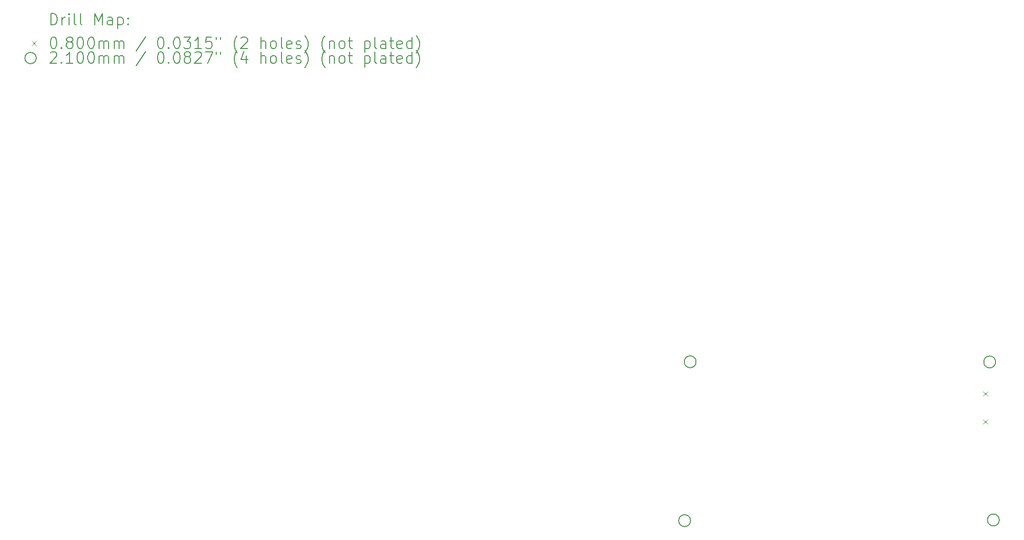
<source format=gbr>
%TF.GenerationSoftware,KiCad,Pcbnew,9.0.4*%
%TF.CreationDate,2025-09-11T21:53:44-07:00*%
%TF.ProjectId,STM32 PCB design,53544d33-3220-4504-9342-206465736967,rev?*%
%TF.SameCoordinates,Original*%
%TF.FileFunction,Drillmap*%
%TF.FilePolarity,Positive*%
%FSLAX45Y45*%
G04 Gerber Fmt 4.5, Leading zero omitted, Abs format (unit mm)*
G04 Created by KiCad (PCBNEW 9.0.4) date 2025-09-11 21:53:44*
%MOMM*%
%LPD*%
G01*
G04 APERTURE LIST*
%ADD10C,0.200000*%
%ADD11C,0.100000*%
%ADD12C,0.210000*%
G04 APERTURE END LIST*
D10*
D11*
X16832660Y-6837740D02*
X16912660Y-6917740D01*
X16912660Y-6837740D02*
X16832660Y-6917740D01*
X16832660Y-7337740D02*
X16912660Y-7417740D01*
X16912660Y-7337740D02*
X16832660Y-7417740D01*
D12*
X11631520Y-9136380D02*
G75*
G02*
X11421520Y-9136380I-105000J0D01*
G01*
X11421520Y-9136380D02*
G75*
G02*
X11631520Y-9136380I105000J0D01*
G01*
X11730580Y-6309360D02*
G75*
G02*
X11520580Y-6309360I-105000J0D01*
G01*
X11520580Y-6309360D02*
G75*
G02*
X11730580Y-6309360I105000J0D01*
G01*
X17054420Y-6311900D02*
G75*
G02*
X16844420Y-6311900I-105000J0D01*
G01*
X16844420Y-6311900D02*
G75*
G02*
X17054420Y-6311900I105000J0D01*
G01*
X17120460Y-9123680D02*
G75*
G02*
X16910460Y-9123680I-105000J0D01*
G01*
X16910460Y-9123680D02*
G75*
G02*
X17120460Y-9123680I105000J0D01*
G01*
D10*
X260777Y-311484D02*
X260777Y-111484D01*
X260777Y-111484D02*
X308396Y-111484D01*
X308396Y-111484D02*
X336967Y-121008D01*
X336967Y-121008D02*
X356015Y-140055D01*
X356015Y-140055D02*
X365539Y-159103D01*
X365539Y-159103D02*
X375062Y-197198D01*
X375062Y-197198D02*
X375062Y-225769D01*
X375062Y-225769D02*
X365539Y-263865D01*
X365539Y-263865D02*
X356015Y-282912D01*
X356015Y-282912D02*
X336967Y-301960D01*
X336967Y-301960D02*
X308396Y-311484D01*
X308396Y-311484D02*
X260777Y-311484D01*
X460777Y-311484D02*
X460777Y-178150D01*
X460777Y-216246D02*
X470301Y-197198D01*
X470301Y-197198D02*
X479824Y-187674D01*
X479824Y-187674D02*
X498872Y-178150D01*
X498872Y-178150D02*
X517920Y-178150D01*
X584586Y-311484D02*
X584586Y-178150D01*
X584586Y-111484D02*
X575063Y-121008D01*
X575063Y-121008D02*
X584586Y-130531D01*
X584586Y-130531D02*
X594110Y-121008D01*
X594110Y-121008D02*
X584586Y-111484D01*
X584586Y-111484D02*
X584586Y-130531D01*
X708396Y-311484D02*
X689348Y-301960D01*
X689348Y-301960D02*
X679824Y-282912D01*
X679824Y-282912D02*
X679824Y-111484D01*
X813158Y-311484D02*
X794110Y-301960D01*
X794110Y-301960D02*
X784586Y-282912D01*
X784586Y-282912D02*
X784586Y-111484D01*
X1041729Y-311484D02*
X1041729Y-111484D01*
X1041729Y-111484D02*
X1108396Y-254341D01*
X1108396Y-254341D02*
X1175063Y-111484D01*
X1175063Y-111484D02*
X1175063Y-311484D01*
X1356015Y-311484D02*
X1356015Y-206722D01*
X1356015Y-206722D02*
X1346491Y-187674D01*
X1346491Y-187674D02*
X1327444Y-178150D01*
X1327444Y-178150D02*
X1289348Y-178150D01*
X1289348Y-178150D02*
X1270301Y-187674D01*
X1356015Y-301960D02*
X1336967Y-311484D01*
X1336967Y-311484D02*
X1289348Y-311484D01*
X1289348Y-311484D02*
X1270301Y-301960D01*
X1270301Y-301960D02*
X1260777Y-282912D01*
X1260777Y-282912D02*
X1260777Y-263865D01*
X1260777Y-263865D02*
X1270301Y-244817D01*
X1270301Y-244817D02*
X1289348Y-235293D01*
X1289348Y-235293D02*
X1336967Y-235293D01*
X1336967Y-235293D02*
X1356015Y-225769D01*
X1451253Y-178150D02*
X1451253Y-378150D01*
X1451253Y-187674D02*
X1470301Y-178150D01*
X1470301Y-178150D02*
X1508396Y-178150D01*
X1508396Y-178150D02*
X1527443Y-187674D01*
X1527443Y-187674D02*
X1536967Y-197198D01*
X1536967Y-197198D02*
X1546491Y-216246D01*
X1546491Y-216246D02*
X1546491Y-273389D01*
X1546491Y-273389D02*
X1536967Y-292436D01*
X1536967Y-292436D02*
X1527443Y-301960D01*
X1527443Y-301960D02*
X1508396Y-311484D01*
X1508396Y-311484D02*
X1470301Y-311484D01*
X1470301Y-311484D02*
X1451253Y-301960D01*
X1632205Y-292436D02*
X1641729Y-301960D01*
X1641729Y-301960D02*
X1632205Y-311484D01*
X1632205Y-311484D02*
X1622682Y-301960D01*
X1622682Y-301960D02*
X1632205Y-292436D01*
X1632205Y-292436D02*
X1632205Y-311484D01*
X1632205Y-187674D02*
X1641729Y-197198D01*
X1641729Y-197198D02*
X1632205Y-206722D01*
X1632205Y-206722D02*
X1622682Y-197198D01*
X1622682Y-197198D02*
X1632205Y-187674D01*
X1632205Y-187674D02*
X1632205Y-206722D01*
D11*
X-80000Y-600000D02*
X0Y-680000D01*
X0Y-600000D02*
X-80000Y-680000D01*
D10*
X298872Y-531484D02*
X317920Y-531484D01*
X317920Y-531484D02*
X336967Y-541008D01*
X336967Y-541008D02*
X346491Y-550531D01*
X346491Y-550531D02*
X356015Y-569579D01*
X356015Y-569579D02*
X365539Y-607674D01*
X365539Y-607674D02*
X365539Y-655293D01*
X365539Y-655293D02*
X356015Y-693389D01*
X356015Y-693389D02*
X346491Y-712436D01*
X346491Y-712436D02*
X336967Y-721960D01*
X336967Y-721960D02*
X317920Y-731484D01*
X317920Y-731484D02*
X298872Y-731484D01*
X298872Y-731484D02*
X279824Y-721960D01*
X279824Y-721960D02*
X270301Y-712436D01*
X270301Y-712436D02*
X260777Y-693389D01*
X260777Y-693389D02*
X251253Y-655293D01*
X251253Y-655293D02*
X251253Y-607674D01*
X251253Y-607674D02*
X260777Y-569579D01*
X260777Y-569579D02*
X270301Y-550531D01*
X270301Y-550531D02*
X279824Y-541008D01*
X279824Y-541008D02*
X298872Y-531484D01*
X451253Y-712436D02*
X460777Y-721960D01*
X460777Y-721960D02*
X451253Y-731484D01*
X451253Y-731484D02*
X441729Y-721960D01*
X441729Y-721960D02*
X451253Y-712436D01*
X451253Y-712436D02*
X451253Y-731484D01*
X575063Y-617198D02*
X556015Y-607674D01*
X556015Y-607674D02*
X546491Y-598150D01*
X546491Y-598150D02*
X536967Y-579103D01*
X536967Y-579103D02*
X536967Y-569579D01*
X536967Y-569579D02*
X546491Y-550531D01*
X546491Y-550531D02*
X556015Y-541008D01*
X556015Y-541008D02*
X575063Y-531484D01*
X575063Y-531484D02*
X613158Y-531484D01*
X613158Y-531484D02*
X632205Y-541008D01*
X632205Y-541008D02*
X641729Y-550531D01*
X641729Y-550531D02*
X651253Y-569579D01*
X651253Y-569579D02*
X651253Y-579103D01*
X651253Y-579103D02*
X641729Y-598150D01*
X641729Y-598150D02*
X632205Y-607674D01*
X632205Y-607674D02*
X613158Y-617198D01*
X613158Y-617198D02*
X575063Y-617198D01*
X575063Y-617198D02*
X556015Y-626722D01*
X556015Y-626722D02*
X546491Y-636246D01*
X546491Y-636246D02*
X536967Y-655293D01*
X536967Y-655293D02*
X536967Y-693389D01*
X536967Y-693389D02*
X546491Y-712436D01*
X546491Y-712436D02*
X556015Y-721960D01*
X556015Y-721960D02*
X575063Y-731484D01*
X575063Y-731484D02*
X613158Y-731484D01*
X613158Y-731484D02*
X632205Y-721960D01*
X632205Y-721960D02*
X641729Y-712436D01*
X641729Y-712436D02*
X651253Y-693389D01*
X651253Y-693389D02*
X651253Y-655293D01*
X651253Y-655293D02*
X641729Y-636246D01*
X641729Y-636246D02*
X632205Y-626722D01*
X632205Y-626722D02*
X613158Y-617198D01*
X775062Y-531484D02*
X794110Y-531484D01*
X794110Y-531484D02*
X813158Y-541008D01*
X813158Y-541008D02*
X822682Y-550531D01*
X822682Y-550531D02*
X832205Y-569579D01*
X832205Y-569579D02*
X841729Y-607674D01*
X841729Y-607674D02*
X841729Y-655293D01*
X841729Y-655293D02*
X832205Y-693389D01*
X832205Y-693389D02*
X822682Y-712436D01*
X822682Y-712436D02*
X813158Y-721960D01*
X813158Y-721960D02*
X794110Y-731484D01*
X794110Y-731484D02*
X775062Y-731484D01*
X775062Y-731484D02*
X756015Y-721960D01*
X756015Y-721960D02*
X746491Y-712436D01*
X746491Y-712436D02*
X736967Y-693389D01*
X736967Y-693389D02*
X727443Y-655293D01*
X727443Y-655293D02*
X727443Y-607674D01*
X727443Y-607674D02*
X736967Y-569579D01*
X736967Y-569579D02*
X746491Y-550531D01*
X746491Y-550531D02*
X756015Y-541008D01*
X756015Y-541008D02*
X775062Y-531484D01*
X965539Y-531484D02*
X984586Y-531484D01*
X984586Y-531484D02*
X1003634Y-541008D01*
X1003634Y-541008D02*
X1013158Y-550531D01*
X1013158Y-550531D02*
X1022682Y-569579D01*
X1022682Y-569579D02*
X1032205Y-607674D01*
X1032205Y-607674D02*
X1032205Y-655293D01*
X1032205Y-655293D02*
X1022682Y-693389D01*
X1022682Y-693389D02*
X1013158Y-712436D01*
X1013158Y-712436D02*
X1003634Y-721960D01*
X1003634Y-721960D02*
X984586Y-731484D01*
X984586Y-731484D02*
X965539Y-731484D01*
X965539Y-731484D02*
X946491Y-721960D01*
X946491Y-721960D02*
X936967Y-712436D01*
X936967Y-712436D02*
X927443Y-693389D01*
X927443Y-693389D02*
X917920Y-655293D01*
X917920Y-655293D02*
X917920Y-607674D01*
X917920Y-607674D02*
X927443Y-569579D01*
X927443Y-569579D02*
X936967Y-550531D01*
X936967Y-550531D02*
X946491Y-541008D01*
X946491Y-541008D02*
X965539Y-531484D01*
X1117920Y-731484D02*
X1117920Y-598150D01*
X1117920Y-617198D02*
X1127444Y-607674D01*
X1127444Y-607674D02*
X1146491Y-598150D01*
X1146491Y-598150D02*
X1175063Y-598150D01*
X1175063Y-598150D02*
X1194110Y-607674D01*
X1194110Y-607674D02*
X1203634Y-626722D01*
X1203634Y-626722D02*
X1203634Y-731484D01*
X1203634Y-626722D02*
X1213158Y-607674D01*
X1213158Y-607674D02*
X1232205Y-598150D01*
X1232205Y-598150D02*
X1260777Y-598150D01*
X1260777Y-598150D02*
X1279825Y-607674D01*
X1279825Y-607674D02*
X1289348Y-626722D01*
X1289348Y-626722D02*
X1289348Y-731484D01*
X1384586Y-731484D02*
X1384586Y-598150D01*
X1384586Y-617198D02*
X1394110Y-607674D01*
X1394110Y-607674D02*
X1413158Y-598150D01*
X1413158Y-598150D02*
X1441729Y-598150D01*
X1441729Y-598150D02*
X1460777Y-607674D01*
X1460777Y-607674D02*
X1470301Y-626722D01*
X1470301Y-626722D02*
X1470301Y-731484D01*
X1470301Y-626722D02*
X1479824Y-607674D01*
X1479824Y-607674D02*
X1498872Y-598150D01*
X1498872Y-598150D02*
X1527443Y-598150D01*
X1527443Y-598150D02*
X1546491Y-607674D01*
X1546491Y-607674D02*
X1556015Y-626722D01*
X1556015Y-626722D02*
X1556015Y-731484D01*
X1946491Y-521960D02*
X1775063Y-779103D01*
X2203634Y-531484D02*
X2222682Y-531484D01*
X2222682Y-531484D02*
X2241729Y-541008D01*
X2241729Y-541008D02*
X2251253Y-550531D01*
X2251253Y-550531D02*
X2260777Y-569579D01*
X2260777Y-569579D02*
X2270301Y-607674D01*
X2270301Y-607674D02*
X2270301Y-655293D01*
X2270301Y-655293D02*
X2260777Y-693389D01*
X2260777Y-693389D02*
X2251253Y-712436D01*
X2251253Y-712436D02*
X2241729Y-721960D01*
X2241729Y-721960D02*
X2222682Y-731484D01*
X2222682Y-731484D02*
X2203634Y-731484D01*
X2203634Y-731484D02*
X2184587Y-721960D01*
X2184587Y-721960D02*
X2175063Y-712436D01*
X2175063Y-712436D02*
X2165539Y-693389D01*
X2165539Y-693389D02*
X2156015Y-655293D01*
X2156015Y-655293D02*
X2156015Y-607674D01*
X2156015Y-607674D02*
X2165539Y-569579D01*
X2165539Y-569579D02*
X2175063Y-550531D01*
X2175063Y-550531D02*
X2184587Y-541008D01*
X2184587Y-541008D02*
X2203634Y-531484D01*
X2356015Y-712436D02*
X2365539Y-721960D01*
X2365539Y-721960D02*
X2356015Y-731484D01*
X2356015Y-731484D02*
X2346491Y-721960D01*
X2346491Y-721960D02*
X2356015Y-712436D01*
X2356015Y-712436D02*
X2356015Y-731484D01*
X2489348Y-531484D02*
X2508396Y-531484D01*
X2508396Y-531484D02*
X2527444Y-541008D01*
X2527444Y-541008D02*
X2536968Y-550531D01*
X2536968Y-550531D02*
X2546491Y-569579D01*
X2546491Y-569579D02*
X2556015Y-607674D01*
X2556015Y-607674D02*
X2556015Y-655293D01*
X2556015Y-655293D02*
X2546491Y-693389D01*
X2546491Y-693389D02*
X2536968Y-712436D01*
X2536968Y-712436D02*
X2527444Y-721960D01*
X2527444Y-721960D02*
X2508396Y-731484D01*
X2508396Y-731484D02*
X2489348Y-731484D01*
X2489348Y-731484D02*
X2470301Y-721960D01*
X2470301Y-721960D02*
X2460777Y-712436D01*
X2460777Y-712436D02*
X2451253Y-693389D01*
X2451253Y-693389D02*
X2441729Y-655293D01*
X2441729Y-655293D02*
X2441729Y-607674D01*
X2441729Y-607674D02*
X2451253Y-569579D01*
X2451253Y-569579D02*
X2460777Y-550531D01*
X2460777Y-550531D02*
X2470301Y-541008D01*
X2470301Y-541008D02*
X2489348Y-531484D01*
X2622682Y-531484D02*
X2746491Y-531484D01*
X2746491Y-531484D02*
X2679825Y-607674D01*
X2679825Y-607674D02*
X2708396Y-607674D01*
X2708396Y-607674D02*
X2727444Y-617198D01*
X2727444Y-617198D02*
X2736968Y-626722D01*
X2736968Y-626722D02*
X2746491Y-645770D01*
X2746491Y-645770D02*
X2746491Y-693389D01*
X2746491Y-693389D02*
X2736968Y-712436D01*
X2736968Y-712436D02*
X2727444Y-721960D01*
X2727444Y-721960D02*
X2708396Y-731484D01*
X2708396Y-731484D02*
X2651253Y-731484D01*
X2651253Y-731484D02*
X2632206Y-721960D01*
X2632206Y-721960D02*
X2622682Y-712436D01*
X2936967Y-731484D02*
X2822682Y-731484D01*
X2879825Y-731484D02*
X2879825Y-531484D01*
X2879825Y-531484D02*
X2860777Y-560055D01*
X2860777Y-560055D02*
X2841729Y-579103D01*
X2841729Y-579103D02*
X2822682Y-588627D01*
X3117920Y-531484D02*
X3022682Y-531484D01*
X3022682Y-531484D02*
X3013158Y-626722D01*
X3013158Y-626722D02*
X3022682Y-617198D01*
X3022682Y-617198D02*
X3041729Y-607674D01*
X3041729Y-607674D02*
X3089348Y-607674D01*
X3089348Y-607674D02*
X3108396Y-617198D01*
X3108396Y-617198D02*
X3117920Y-626722D01*
X3117920Y-626722D02*
X3127444Y-645770D01*
X3127444Y-645770D02*
X3127444Y-693389D01*
X3127444Y-693389D02*
X3117920Y-712436D01*
X3117920Y-712436D02*
X3108396Y-721960D01*
X3108396Y-721960D02*
X3089348Y-731484D01*
X3089348Y-731484D02*
X3041729Y-731484D01*
X3041729Y-731484D02*
X3022682Y-721960D01*
X3022682Y-721960D02*
X3013158Y-712436D01*
X3203634Y-531484D02*
X3203634Y-569579D01*
X3279825Y-531484D02*
X3279825Y-569579D01*
X3575063Y-807674D02*
X3565539Y-798150D01*
X3565539Y-798150D02*
X3546491Y-769579D01*
X3546491Y-769579D02*
X3536968Y-750531D01*
X3536968Y-750531D02*
X3527444Y-721960D01*
X3527444Y-721960D02*
X3517920Y-674341D01*
X3517920Y-674341D02*
X3517920Y-636246D01*
X3517920Y-636246D02*
X3527444Y-588627D01*
X3527444Y-588627D02*
X3536968Y-560055D01*
X3536968Y-560055D02*
X3546491Y-541008D01*
X3546491Y-541008D02*
X3565539Y-512436D01*
X3565539Y-512436D02*
X3575063Y-502912D01*
X3641729Y-550531D02*
X3651253Y-541008D01*
X3651253Y-541008D02*
X3670301Y-531484D01*
X3670301Y-531484D02*
X3717920Y-531484D01*
X3717920Y-531484D02*
X3736968Y-541008D01*
X3736968Y-541008D02*
X3746491Y-550531D01*
X3746491Y-550531D02*
X3756015Y-569579D01*
X3756015Y-569579D02*
X3756015Y-588627D01*
X3756015Y-588627D02*
X3746491Y-617198D01*
X3746491Y-617198D02*
X3632206Y-731484D01*
X3632206Y-731484D02*
X3756015Y-731484D01*
X3994110Y-731484D02*
X3994110Y-531484D01*
X4079825Y-731484D02*
X4079825Y-626722D01*
X4079825Y-626722D02*
X4070301Y-607674D01*
X4070301Y-607674D02*
X4051253Y-598150D01*
X4051253Y-598150D02*
X4022682Y-598150D01*
X4022682Y-598150D02*
X4003634Y-607674D01*
X4003634Y-607674D02*
X3994110Y-617198D01*
X4203634Y-731484D02*
X4184587Y-721960D01*
X4184587Y-721960D02*
X4175063Y-712436D01*
X4175063Y-712436D02*
X4165539Y-693389D01*
X4165539Y-693389D02*
X4165539Y-636246D01*
X4165539Y-636246D02*
X4175063Y-617198D01*
X4175063Y-617198D02*
X4184587Y-607674D01*
X4184587Y-607674D02*
X4203634Y-598150D01*
X4203634Y-598150D02*
X4232206Y-598150D01*
X4232206Y-598150D02*
X4251253Y-607674D01*
X4251253Y-607674D02*
X4260777Y-617198D01*
X4260777Y-617198D02*
X4270301Y-636246D01*
X4270301Y-636246D02*
X4270301Y-693389D01*
X4270301Y-693389D02*
X4260777Y-712436D01*
X4260777Y-712436D02*
X4251253Y-721960D01*
X4251253Y-721960D02*
X4232206Y-731484D01*
X4232206Y-731484D02*
X4203634Y-731484D01*
X4384587Y-731484D02*
X4365539Y-721960D01*
X4365539Y-721960D02*
X4356015Y-702912D01*
X4356015Y-702912D02*
X4356015Y-531484D01*
X4536968Y-721960D02*
X4517920Y-731484D01*
X4517920Y-731484D02*
X4479825Y-731484D01*
X4479825Y-731484D02*
X4460777Y-721960D01*
X4460777Y-721960D02*
X4451253Y-702912D01*
X4451253Y-702912D02*
X4451253Y-626722D01*
X4451253Y-626722D02*
X4460777Y-607674D01*
X4460777Y-607674D02*
X4479825Y-598150D01*
X4479825Y-598150D02*
X4517920Y-598150D01*
X4517920Y-598150D02*
X4536968Y-607674D01*
X4536968Y-607674D02*
X4546492Y-626722D01*
X4546492Y-626722D02*
X4546492Y-645770D01*
X4546492Y-645770D02*
X4451253Y-664817D01*
X4622682Y-721960D02*
X4641730Y-731484D01*
X4641730Y-731484D02*
X4679825Y-731484D01*
X4679825Y-731484D02*
X4698873Y-721960D01*
X4698873Y-721960D02*
X4708396Y-702912D01*
X4708396Y-702912D02*
X4708396Y-693389D01*
X4708396Y-693389D02*
X4698873Y-674341D01*
X4698873Y-674341D02*
X4679825Y-664817D01*
X4679825Y-664817D02*
X4651253Y-664817D01*
X4651253Y-664817D02*
X4632206Y-655293D01*
X4632206Y-655293D02*
X4622682Y-636246D01*
X4622682Y-636246D02*
X4622682Y-626722D01*
X4622682Y-626722D02*
X4632206Y-607674D01*
X4632206Y-607674D02*
X4651253Y-598150D01*
X4651253Y-598150D02*
X4679825Y-598150D01*
X4679825Y-598150D02*
X4698873Y-607674D01*
X4775063Y-807674D02*
X4784587Y-798150D01*
X4784587Y-798150D02*
X4803634Y-769579D01*
X4803634Y-769579D02*
X4813158Y-750531D01*
X4813158Y-750531D02*
X4822682Y-721960D01*
X4822682Y-721960D02*
X4832206Y-674341D01*
X4832206Y-674341D02*
X4832206Y-636246D01*
X4832206Y-636246D02*
X4822682Y-588627D01*
X4822682Y-588627D02*
X4813158Y-560055D01*
X4813158Y-560055D02*
X4803634Y-541008D01*
X4803634Y-541008D02*
X4784587Y-512436D01*
X4784587Y-512436D02*
X4775063Y-502912D01*
X5136968Y-807674D02*
X5127444Y-798150D01*
X5127444Y-798150D02*
X5108396Y-769579D01*
X5108396Y-769579D02*
X5098873Y-750531D01*
X5098873Y-750531D02*
X5089349Y-721960D01*
X5089349Y-721960D02*
X5079825Y-674341D01*
X5079825Y-674341D02*
X5079825Y-636246D01*
X5079825Y-636246D02*
X5089349Y-588627D01*
X5089349Y-588627D02*
X5098873Y-560055D01*
X5098873Y-560055D02*
X5108396Y-541008D01*
X5108396Y-541008D02*
X5127444Y-512436D01*
X5127444Y-512436D02*
X5136968Y-502912D01*
X5213158Y-598150D02*
X5213158Y-731484D01*
X5213158Y-617198D02*
X5222682Y-607674D01*
X5222682Y-607674D02*
X5241730Y-598150D01*
X5241730Y-598150D02*
X5270301Y-598150D01*
X5270301Y-598150D02*
X5289349Y-607674D01*
X5289349Y-607674D02*
X5298873Y-626722D01*
X5298873Y-626722D02*
X5298873Y-731484D01*
X5422682Y-731484D02*
X5403634Y-721960D01*
X5403634Y-721960D02*
X5394111Y-712436D01*
X5394111Y-712436D02*
X5384587Y-693389D01*
X5384587Y-693389D02*
X5384587Y-636246D01*
X5384587Y-636246D02*
X5394111Y-617198D01*
X5394111Y-617198D02*
X5403634Y-607674D01*
X5403634Y-607674D02*
X5422682Y-598150D01*
X5422682Y-598150D02*
X5451254Y-598150D01*
X5451254Y-598150D02*
X5470301Y-607674D01*
X5470301Y-607674D02*
X5479825Y-617198D01*
X5479825Y-617198D02*
X5489349Y-636246D01*
X5489349Y-636246D02*
X5489349Y-693389D01*
X5489349Y-693389D02*
X5479825Y-712436D01*
X5479825Y-712436D02*
X5470301Y-721960D01*
X5470301Y-721960D02*
X5451254Y-731484D01*
X5451254Y-731484D02*
X5422682Y-731484D01*
X5546492Y-598150D02*
X5622682Y-598150D01*
X5575063Y-531484D02*
X5575063Y-702912D01*
X5575063Y-702912D02*
X5584587Y-721960D01*
X5584587Y-721960D02*
X5603634Y-731484D01*
X5603634Y-731484D02*
X5622682Y-731484D01*
X5841730Y-598150D02*
X5841730Y-798150D01*
X5841730Y-607674D02*
X5860777Y-598150D01*
X5860777Y-598150D02*
X5898873Y-598150D01*
X5898873Y-598150D02*
X5917920Y-607674D01*
X5917920Y-607674D02*
X5927444Y-617198D01*
X5927444Y-617198D02*
X5936968Y-636246D01*
X5936968Y-636246D02*
X5936968Y-693389D01*
X5936968Y-693389D02*
X5927444Y-712436D01*
X5927444Y-712436D02*
X5917920Y-721960D01*
X5917920Y-721960D02*
X5898873Y-731484D01*
X5898873Y-731484D02*
X5860777Y-731484D01*
X5860777Y-731484D02*
X5841730Y-721960D01*
X6051253Y-731484D02*
X6032206Y-721960D01*
X6032206Y-721960D02*
X6022682Y-702912D01*
X6022682Y-702912D02*
X6022682Y-531484D01*
X6213158Y-731484D02*
X6213158Y-626722D01*
X6213158Y-626722D02*
X6203634Y-607674D01*
X6203634Y-607674D02*
X6184587Y-598150D01*
X6184587Y-598150D02*
X6146492Y-598150D01*
X6146492Y-598150D02*
X6127444Y-607674D01*
X6213158Y-721960D02*
X6194111Y-731484D01*
X6194111Y-731484D02*
X6146492Y-731484D01*
X6146492Y-731484D02*
X6127444Y-721960D01*
X6127444Y-721960D02*
X6117920Y-702912D01*
X6117920Y-702912D02*
X6117920Y-683865D01*
X6117920Y-683865D02*
X6127444Y-664817D01*
X6127444Y-664817D02*
X6146492Y-655293D01*
X6146492Y-655293D02*
X6194111Y-655293D01*
X6194111Y-655293D02*
X6213158Y-645770D01*
X6279825Y-598150D02*
X6356015Y-598150D01*
X6308396Y-531484D02*
X6308396Y-702912D01*
X6308396Y-702912D02*
X6317920Y-721960D01*
X6317920Y-721960D02*
X6336968Y-731484D01*
X6336968Y-731484D02*
X6356015Y-731484D01*
X6498873Y-721960D02*
X6479825Y-731484D01*
X6479825Y-731484D02*
X6441730Y-731484D01*
X6441730Y-731484D02*
X6422682Y-721960D01*
X6422682Y-721960D02*
X6413158Y-702912D01*
X6413158Y-702912D02*
X6413158Y-626722D01*
X6413158Y-626722D02*
X6422682Y-607674D01*
X6422682Y-607674D02*
X6441730Y-598150D01*
X6441730Y-598150D02*
X6479825Y-598150D01*
X6479825Y-598150D02*
X6498873Y-607674D01*
X6498873Y-607674D02*
X6508396Y-626722D01*
X6508396Y-626722D02*
X6508396Y-645770D01*
X6508396Y-645770D02*
X6413158Y-664817D01*
X6679825Y-731484D02*
X6679825Y-531484D01*
X6679825Y-721960D02*
X6660777Y-731484D01*
X6660777Y-731484D02*
X6622682Y-731484D01*
X6622682Y-731484D02*
X6603634Y-721960D01*
X6603634Y-721960D02*
X6594111Y-712436D01*
X6594111Y-712436D02*
X6584587Y-693389D01*
X6584587Y-693389D02*
X6584587Y-636246D01*
X6584587Y-636246D02*
X6594111Y-617198D01*
X6594111Y-617198D02*
X6603634Y-607674D01*
X6603634Y-607674D02*
X6622682Y-598150D01*
X6622682Y-598150D02*
X6660777Y-598150D01*
X6660777Y-598150D02*
X6679825Y-607674D01*
X6756015Y-807674D02*
X6765539Y-798150D01*
X6765539Y-798150D02*
X6784587Y-769579D01*
X6784587Y-769579D02*
X6794111Y-750531D01*
X6794111Y-750531D02*
X6803634Y-721960D01*
X6803634Y-721960D02*
X6813158Y-674341D01*
X6813158Y-674341D02*
X6813158Y-636246D01*
X6813158Y-636246D02*
X6803634Y-588627D01*
X6803634Y-588627D02*
X6794111Y-560055D01*
X6794111Y-560055D02*
X6784587Y-541008D01*
X6784587Y-541008D02*
X6765539Y-512436D01*
X6765539Y-512436D02*
X6756015Y-502912D01*
X0Y-904000D02*
G75*
G02*
X-200000Y-904000I-100000J0D01*
G01*
X-200000Y-904000D02*
G75*
G02*
X0Y-904000I100000J0D01*
G01*
X251253Y-814531D02*
X260777Y-805008D01*
X260777Y-805008D02*
X279824Y-795484D01*
X279824Y-795484D02*
X327444Y-795484D01*
X327444Y-795484D02*
X346491Y-805008D01*
X346491Y-805008D02*
X356015Y-814531D01*
X356015Y-814531D02*
X365539Y-833579D01*
X365539Y-833579D02*
X365539Y-852627D01*
X365539Y-852627D02*
X356015Y-881198D01*
X356015Y-881198D02*
X241729Y-995484D01*
X241729Y-995484D02*
X365539Y-995484D01*
X451253Y-976436D02*
X460777Y-985960D01*
X460777Y-985960D02*
X451253Y-995484D01*
X451253Y-995484D02*
X441729Y-985960D01*
X441729Y-985960D02*
X451253Y-976436D01*
X451253Y-976436D02*
X451253Y-995484D01*
X651253Y-995484D02*
X536967Y-995484D01*
X594110Y-995484D02*
X594110Y-795484D01*
X594110Y-795484D02*
X575063Y-824055D01*
X575063Y-824055D02*
X556015Y-843103D01*
X556015Y-843103D02*
X536967Y-852627D01*
X775062Y-795484D02*
X794110Y-795484D01*
X794110Y-795484D02*
X813158Y-805008D01*
X813158Y-805008D02*
X822682Y-814531D01*
X822682Y-814531D02*
X832205Y-833579D01*
X832205Y-833579D02*
X841729Y-871674D01*
X841729Y-871674D02*
X841729Y-919293D01*
X841729Y-919293D02*
X832205Y-957388D01*
X832205Y-957388D02*
X822682Y-976436D01*
X822682Y-976436D02*
X813158Y-985960D01*
X813158Y-985960D02*
X794110Y-995484D01*
X794110Y-995484D02*
X775062Y-995484D01*
X775062Y-995484D02*
X756015Y-985960D01*
X756015Y-985960D02*
X746491Y-976436D01*
X746491Y-976436D02*
X736967Y-957388D01*
X736967Y-957388D02*
X727443Y-919293D01*
X727443Y-919293D02*
X727443Y-871674D01*
X727443Y-871674D02*
X736967Y-833579D01*
X736967Y-833579D02*
X746491Y-814531D01*
X746491Y-814531D02*
X756015Y-805008D01*
X756015Y-805008D02*
X775062Y-795484D01*
X965539Y-795484D02*
X984586Y-795484D01*
X984586Y-795484D02*
X1003634Y-805008D01*
X1003634Y-805008D02*
X1013158Y-814531D01*
X1013158Y-814531D02*
X1022682Y-833579D01*
X1022682Y-833579D02*
X1032205Y-871674D01*
X1032205Y-871674D02*
X1032205Y-919293D01*
X1032205Y-919293D02*
X1022682Y-957388D01*
X1022682Y-957388D02*
X1013158Y-976436D01*
X1013158Y-976436D02*
X1003634Y-985960D01*
X1003634Y-985960D02*
X984586Y-995484D01*
X984586Y-995484D02*
X965539Y-995484D01*
X965539Y-995484D02*
X946491Y-985960D01*
X946491Y-985960D02*
X936967Y-976436D01*
X936967Y-976436D02*
X927443Y-957388D01*
X927443Y-957388D02*
X917920Y-919293D01*
X917920Y-919293D02*
X917920Y-871674D01*
X917920Y-871674D02*
X927443Y-833579D01*
X927443Y-833579D02*
X936967Y-814531D01*
X936967Y-814531D02*
X946491Y-805008D01*
X946491Y-805008D02*
X965539Y-795484D01*
X1117920Y-995484D02*
X1117920Y-862150D01*
X1117920Y-881198D02*
X1127444Y-871674D01*
X1127444Y-871674D02*
X1146491Y-862150D01*
X1146491Y-862150D02*
X1175063Y-862150D01*
X1175063Y-862150D02*
X1194110Y-871674D01*
X1194110Y-871674D02*
X1203634Y-890722D01*
X1203634Y-890722D02*
X1203634Y-995484D01*
X1203634Y-890722D02*
X1213158Y-871674D01*
X1213158Y-871674D02*
X1232205Y-862150D01*
X1232205Y-862150D02*
X1260777Y-862150D01*
X1260777Y-862150D02*
X1279825Y-871674D01*
X1279825Y-871674D02*
X1289348Y-890722D01*
X1289348Y-890722D02*
X1289348Y-995484D01*
X1384586Y-995484D02*
X1384586Y-862150D01*
X1384586Y-881198D02*
X1394110Y-871674D01*
X1394110Y-871674D02*
X1413158Y-862150D01*
X1413158Y-862150D02*
X1441729Y-862150D01*
X1441729Y-862150D02*
X1460777Y-871674D01*
X1460777Y-871674D02*
X1470301Y-890722D01*
X1470301Y-890722D02*
X1470301Y-995484D01*
X1470301Y-890722D02*
X1479824Y-871674D01*
X1479824Y-871674D02*
X1498872Y-862150D01*
X1498872Y-862150D02*
X1527443Y-862150D01*
X1527443Y-862150D02*
X1546491Y-871674D01*
X1546491Y-871674D02*
X1556015Y-890722D01*
X1556015Y-890722D02*
X1556015Y-995484D01*
X1946491Y-785960D02*
X1775063Y-1043103D01*
X2203634Y-795484D02*
X2222682Y-795484D01*
X2222682Y-795484D02*
X2241729Y-805008D01*
X2241729Y-805008D02*
X2251253Y-814531D01*
X2251253Y-814531D02*
X2260777Y-833579D01*
X2260777Y-833579D02*
X2270301Y-871674D01*
X2270301Y-871674D02*
X2270301Y-919293D01*
X2270301Y-919293D02*
X2260777Y-957388D01*
X2260777Y-957388D02*
X2251253Y-976436D01*
X2251253Y-976436D02*
X2241729Y-985960D01*
X2241729Y-985960D02*
X2222682Y-995484D01*
X2222682Y-995484D02*
X2203634Y-995484D01*
X2203634Y-995484D02*
X2184587Y-985960D01*
X2184587Y-985960D02*
X2175063Y-976436D01*
X2175063Y-976436D02*
X2165539Y-957388D01*
X2165539Y-957388D02*
X2156015Y-919293D01*
X2156015Y-919293D02*
X2156015Y-871674D01*
X2156015Y-871674D02*
X2165539Y-833579D01*
X2165539Y-833579D02*
X2175063Y-814531D01*
X2175063Y-814531D02*
X2184587Y-805008D01*
X2184587Y-805008D02*
X2203634Y-795484D01*
X2356015Y-976436D02*
X2365539Y-985960D01*
X2365539Y-985960D02*
X2356015Y-995484D01*
X2356015Y-995484D02*
X2346491Y-985960D01*
X2346491Y-985960D02*
X2356015Y-976436D01*
X2356015Y-976436D02*
X2356015Y-995484D01*
X2489348Y-795484D02*
X2508396Y-795484D01*
X2508396Y-795484D02*
X2527444Y-805008D01*
X2527444Y-805008D02*
X2536968Y-814531D01*
X2536968Y-814531D02*
X2546491Y-833579D01*
X2546491Y-833579D02*
X2556015Y-871674D01*
X2556015Y-871674D02*
X2556015Y-919293D01*
X2556015Y-919293D02*
X2546491Y-957388D01*
X2546491Y-957388D02*
X2536968Y-976436D01*
X2536968Y-976436D02*
X2527444Y-985960D01*
X2527444Y-985960D02*
X2508396Y-995484D01*
X2508396Y-995484D02*
X2489348Y-995484D01*
X2489348Y-995484D02*
X2470301Y-985960D01*
X2470301Y-985960D02*
X2460777Y-976436D01*
X2460777Y-976436D02*
X2451253Y-957388D01*
X2451253Y-957388D02*
X2441729Y-919293D01*
X2441729Y-919293D02*
X2441729Y-871674D01*
X2441729Y-871674D02*
X2451253Y-833579D01*
X2451253Y-833579D02*
X2460777Y-814531D01*
X2460777Y-814531D02*
X2470301Y-805008D01*
X2470301Y-805008D02*
X2489348Y-795484D01*
X2670301Y-881198D02*
X2651253Y-871674D01*
X2651253Y-871674D02*
X2641729Y-862150D01*
X2641729Y-862150D02*
X2632206Y-843103D01*
X2632206Y-843103D02*
X2632206Y-833579D01*
X2632206Y-833579D02*
X2641729Y-814531D01*
X2641729Y-814531D02*
X2651253Y-805008D01*
X2651253Y-805008D02*
X2670301Y-795484D01*
X2670301Y-795484D02*
X2708396Y-795484D01*
X2708396Y-795484D02*
X2727444Y-805008D01*
X2727444Y-805008D02*
X2736968Y-814531D01*
X2736968Y-814531D02*
X2746491Y-833579D01*
X2746491Y-833579D02*
X2746491Y-843103D01*
X2746491Y-843103D02*
X2736968Y-862150D01*
X2736968Y-862150D02*
X2727444Y-871674D01*
X2727444Y-871674D02*
X2708396Y-881198D01*
X2708396Y-881198D02*
X2670301Y-881198D01*
X2670301Y-881198D02*
X2651253Y-890722D01*
X2651253Y-890722D02*
X2641729Y-900246D01*
X2641729Y-900246D02*
X2632206Y-919293D01*
X2632206Y-919293D02*
X2632206Y-957388D01*
X2632206Y-957388D02*
X2641729Y-976436D01*
X2641729Y-976436D02*
X2651253Y-985960D01*
X2651253Y-985960D02*
X2670301Y-995484D01*
X2670301Y-995484D02*
X2708396Y-995484D01*
X2708396Y-995484D02*
X2727444Y-985960D01*
X2727444Y-985960D02*
X2736968Y-976436D01*
X2736968Y-976436D02*
X2746491Y-957388D01*
X2746491Y-957388D02*
X2746491Y-919293D01*
X2746491Y-919293D02*
X2736968Y-900246D01*
X2736968Y-900246D02*
X2727444Y-890722D01*
X2727444Y-890722D02*
X2708396Y-881198D01*
X2822682Y-814531D02*
X2832206Y-805008D01*
X2832206Y-805008D02*
X2851253Y-795484D01*
X2851253Y-795484D02*
X2898872Y-795484D01*
X2898872Y-795484D02*
X2917920Y-805008D01*
X2917920Y-805008D02*
X2927444Y-814531D01*
X2927444Y-814531D02*
X2936967Y-833579D01*
X2936967Y-833579D02*
X2936967Y-852627D01*
X2936967Y-852627D02*
X2927444Y-881198D01*
X2927444Y-881198D02*
X2813158Y-995484D01*
X2813158Y-995484D02*
X2936967Y-995484D01*
X3003634Y-795484D02*
X3136967Y-795484D01*
X3136967Y-795484D02*
X3051253Y-995484D01*
X3203634Y-795484D02*
X3203634Y-833579D01*
X3279825Y-795484D02*
X3279825Y-833579D01*
X3575063Y-1071674D02*
X3565539Y-1062150D01*
X3565539Y-1062150D02*
X3546491Y-1033579D01*
X3546491Y-1033579D02*
X3536968Y-1014531D01*
X3536968Y-1014531D02*
X3527444Y-985960D01*
X3527444Y-985960D02*
X3517920Y-938341D01*
X3517920Y-938341D02*
X3517920Y-900246D01*
X3517920Y-900246D02*
X3527444Y-852627D01*
X3527444Y-852627D02*
X3536968Y-824055D01*
X3536968Y-824055D02*
X3546491Y-805008D01*
X3546491Y-805008D02*
X3565539Y-776436D01*
X3565539Y-776436D02*
X3575063Y-766912D01*
X3736968Y-862150D02*
X3736968Y-995484D01*
X3689348Y-785960D02*
X3641729Y-928817D01*
X3641729Y-928817D02*
X3765539Y-928817D01*
X3994110Y-995484D02*
X3994110Y-795484D01*
X4079825Y-995484D02*
X4079825Y-890722D01*
X4079825Y-890722D02*
X4070301Y-871674D01*
X4070301Y-871674D02*
X4051253Y-862150D01*
X4051253Y-862150D02*
X4022682Y-862150D01*
X4022682Y-862150D02*
X4003634Y-871674D01*
X4003634Y-871674D02*
X3994110Y-881198D01*
X4203634Y-995484D02*
X4184587Y-985960D01*
X4184587Y-985960D02*
X4175063Y-976436D01*
X4175063Y-976436D02*
X4165539Y-957388D01*
X4165539Y-957388D02*
X4165539Y-900246D01*
X4165539Y-900246D02*
X4175063Y-881198D01*
X4175063Y-881198D02*
X4184587Y-871674D01*
X4184587Y-871674D02*
X4203634Y-862150D01*
X4203634Y-862150D02*
X4232206Y-862150D01*
X4232206Y-862150D02*
X4251253Y-871674D01*
X4251253Y-871674D02*
X4260777Y-881198D01*
X4260777Y-881198D02*
X4270301Y-900246D01*
X4270301Y-900246D02*
X4270301Y-957388D01*
X4270301Y-957388D02*
X4260777Y-976436D01*
X4260777Y-976436D02*
X4251253Y-985960D01*
X4251253Y-985960D02*
X4232206Y-995484D01*
X4232206Y-995484D02*
X4203634Y-995484D01*
X4384587Y-995484D02*
X4365539Y-985960D01*
X4365539Y-985960D02*
X4356015Y-966912D01*
X4356015Y-966912D02*
X4356015Y-795484D01*
X4536968Y-985960D02*
X4517920Y-995484D01*
X4517920Y-995484D02*
X4479825Y-995484D01*
X4479825Y-995484D02*
X4460777Y-985960D01*
X4460777Y-985960D02*
X4451253Y-966912D01*
X4451253Y-966912D02*
X4451253Y-890722D01*
X4451253Y-890722D02*
X4460777Y-871674D01*
X4460777Y-871674D02*
X4479825Y-862150D01*
X4479825Y-862150D02*
X4517920Y-862150D01*
X4517920Y-862150D02*
X4536968Y-871674D01*
X4536968Y-871674D02*
X4546492Y-890722D01*
X4546492Y-890722D02*
X4546492Y-909769D01*
X4546492Y-909769D02*
X4451253Y-928817D01*
X4622682Y-985960D02*
X4641730Y-995484D01*
X4641730Y-995484D02*
X4679825Y-995484D01*
X4679825Y-995484D02*
X4698873Y-985960D01*
X4698873Y-985960D02*
X4708396Y-966912D01*
X4708396Y-966912D02*
X4708396Y-957388D01*
X4708396Y-957388D02*
X4698873Y-938341D01*
X4698873Y-938341D02*
X4679825Y-928817D01*
X4679825Y-928817D02*
X4651253Y-928817D01*
X4651253Y-928817D02*
X4632206Y-919293D01*
X4632206Y-919293D02*
X4622682Y-900246D01*
X4622682Y-900246D02*
X4622682Y-890722D01*
X4622682Y-890722D02*
X4632206Y-871674D01*
X4632206Y-871674D02*
X4651253Y-862150D01*
X4651253Y-862150D02*
X4679825Y-862150D01*
X4679825Y-862150D02*
X4698873Y-871674D01*
X4775063Y-1071674D02*
X4784587Y-1062150D01*
X4784587Y-1062150D02*
X4803634Y-1033579D01*
X4803634Y-1033579D02*
X4813158Y-1014531D01*
X4813158Y-1014531D02*
X4822682Y-985960D01*
X4822682Y-985960D02*
X4832206Y-938341D01*
X4832206Y-938341D02*
X4832206Y-900246D01*
X4832206Y-900246D02*
X4822682Y-852627D01*
X4822682Y-852627D02*
X4813158Y-824055D01*
X4813158Y-824055D02*
X4803634Y-805008D01*
X4803634Y-805008D02*
X4784587Y-776436D01*
X4784587Y-776436D02*
X4775063Y-766912D01*
X5136968Y-1071674D02*
X5127444Y-1062150D01*
X5127444Y-1062150D02*
X5108396Y-1033579D01*
X5108396Y-1033579D02*
X5098873Y-1014531D01*
X5098873Y-1014531D02*
X5089349Y-985960D01*
X5089349Y-985960D02*
X5079825Y-938341D01*
X5079825Y-938341D02*
X5079825Y-900246D01*
X5079825Y-900246D02*
X5089349Y-852627D01*
X5089349Y-852627D02*
X5098873Y-824055D01*
X5098873Y-824055D02*
X5108396Y-805008D01*
X5108396Y-805008D02*
X5127444Y-776436D01*
X5127444Y-776436D02*
X5136968Y-766912D01*
X5213158Y-862150D02*
X5213158Y-995484D01*
X5213158Y-881198D02*
X5222682Y-871674D01*
X5222682Y-871674D02*
X5241730Y-862150D01*
X5241730Y-862150D02*
X5270301Y-862150D01*
X5270301Y-862150D02*
X5289349Y-871674D01*
X5289349Y-871674D02*
X5298873Y-890722D01*
X5298873Y-890722D02*
X5298873Y-995484D01*
X5422682Y-995484D02*
X5403634Y-985960D01*
X5403634Y-985960D02*
X5394111Y-976436D01*
X5394111Y-976436D02*
X5384587Y-957388D01*
X5384587Y-957388D02*
X5384587Y-900246D01*
X5384587Y-900246D02*
X5394111Y-881198D01*
X5394111Y-881198D02*
X5403634Y-871674D01*
X5403634Y-871674D02*
X5422682Y-862150D01*
X5422682Y-862150D02*
X5451254Y-862150D01*
X5451254Y-862150D02*
X5470301Y-871674D01*
X5470301Y-871674D02*
X5479825Y-881198D01*
X5479825Y-881198D02*
X5489349Y-900246D01*
X5489349Y-900246D02*
X5489349Y-957388D01*
X5489349Y-957388D02*
X5479825Y-976436D01*
X5479825Y-976436D02*
X5470301Y-985960D01*
X5470301Y-985960D02*
X5451254Y-995484D01*
X5451254Y-995484D02*
X5422682Y-995484D01*
X5546492Y-862150D02*
X5622682Y-862150D01*
X5575063Y-795484D02*
X5575063Y-966912D01*
X5575063Y-966912D02*
X5584587Y-985960D01*
X5584587Y-985960D02*
X5603634Y-995484D01*
X5603634Y-995484D02*
X5622682Y-995484D01*
X5841730Y-862150D02*
X5841730Y-1062150D01*
X5841730Y-871674D02*
X5860777Y-862150D01*
X5860777Y-862150D02*
X5898873Y-862150D01*
X5898873Y-862150D02*
X5917920Y-871674D01*
X5917920Y-871674D02*
X5927444Y-881198D01*
X5927444Y-881198D02*
X5936968Y-900246D01*
X5936968Y-900246D02*
X5936968Y-957388D01*
X5936968Y-957388D02*
X5927444Y-976436D01*
X5927444Y-976436D02*
X5917920Y-985960D01*
X5917920Y-985960D02*
X5898873Y-995484D01*
X5898873Y-995484D02*
X5860777Y-995484D01*
X5860777Y-995484D02*
X5841730Y-985960D01*
X6051253Y-995484D02*
X6032206Y-985960D01*
X6032206Y-985960D02*
X6022682Y-966912D01*
X6022682Y-966912D02*
X6022682Y-795484D01*
X6213158Y-995484D02*
X6213158Y-890722D01*
X6213158Y-890722D02*
X6203634Y-871674D01*
X6203634Y-871674D02*
X6184587Y-862150D01*
X6184587Y-862150D02*
X6146492Y-862150D01*
X6146492Y-862150D02*
X6127444Y-871674D01*
X6213158Y-985960D02*
X6194111Y-995484D01*
X6194111Y-995484D02*
X6146492Y-995484D01*
X6146492Y-995484D02*
X6127444Y-985960D01*
X6127444Y-985960D02*
X6117920Y-966912D01*
X6117920Y-966912D02*
X6117920Y-947865D01*
X6117920Y-947865D02*
X6127444Y-928817D01*
X6127444Y-928817D02*
X6146492Y-919293D01*
X6146492Y-919293D02*
X6194111Y-919293D01*
X6194111Y-919293D02*
X6213158Y-909769D01*
X6279825Y-862150D02*
X6356015Y-862150D01*
X6308396Y-795484D02*
X6308396Y-966912D01*
X6308396Y-966912D02*
X6317920Y-985960D01*
X6317920Y-985960D02*
X6336968Y-995484D01*
X6336968Y-995484D02*
X6356015Y-995484D01*
X6498873Y-985960D02*
X6479825Y-995484D01*
X6479825Y-995484D02*
X6441730Y-995484D01*
X6441730Y-995484D02*
X6422682Y-985960D01*
X6422682Y-985960D02*
X6413158Y-966912D01*
X6413158Y-966912D02*
X6413158Y-890722D01*
X6413158Y-890722D02*
X6422682Y-871674D01*
X6422682Y-871674D02*
X6441730Y-862150D01*
X6441730Y-862150D02*
X6479825Y-862150D01*
X6479825Y-862150D02*
X6498873Y-871674D01*
X6498873Y-871674D02*
X6508396Y-890722D01*
X6508396Y-890722D02*
X6508396Y-909769D01*
X6508396Y-909769D02*
X6413158Y-928817D01*
X6679825Y-995484D02*
X6679825Y-795484D01*
X6679825Y-985960D02*
X6660777Y-995484D01*
X6660777Y-995484D02*
X6622682Y-995484D01*
X6622682Y-995484D02*
X6603634Y-985960D01*
X6603634Y-985960D02*
X6594111Y-976436D01*
X6594111Y-976436D02*
X6584587Y-957388D01*
X6584587Y-957388D02*
X6584587Y-900246D01*
X6584587Y-900246D02*
X6594111Y-881198D01*
X6594111Y-881198D02*
X6603634Y-871674D01*
X6603634Y-871674D02*
X6622682Y-862150D01*
X6622682Y-862150D02*
X6660777Y-862150D01*
X6660777Y-862150D02*
X6679825Y-871674D01*
X6756015Y-1071674D02*
X6765539Y-1062150D01*
X6765539Y-1062150D02*
X6784587Y-1033579D01*
X6784587Y-1033579D02*
X6794111Y-1014531D01*
X6794111Y-1014531D02*
X6803634Y-985960D01*
X6803634Y-985960D02*
X6813158Y-938341D01*
X6813158Y-938341D02*
X6813158Y-900246D01*
X6813158Y-900246D02*
X6803634Y-852627D01*
X6803634Y-852627D02*
X6794111Y-824055D01*
X6794111Y-824055D02*
X6784587Y-805008D01*
X6784587Y-805008D02*
X6765539Y-776436D01*
X6765539Y-776436D02*
X6756015Y-766912D01*
M02*

</source>
